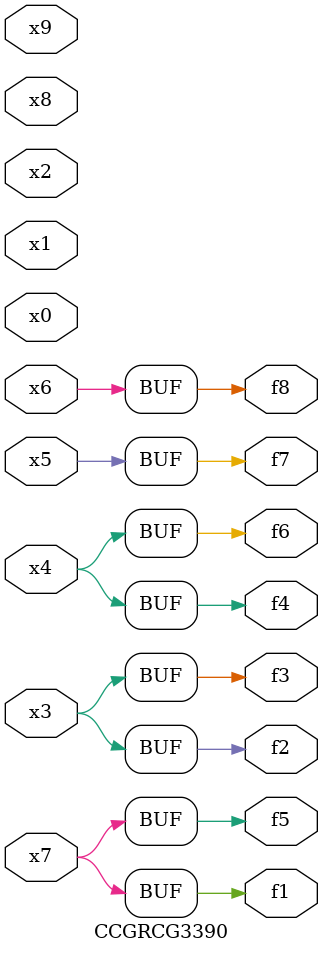
<source format=v>
module CCGRCG3390(
	input x0, x1, x2, x3, x4, x5, x6, x7, x8, x9,
	output f1, f2, f3, f4, f5, f6, f7, f8
);
	assign f1 = x7;
	assign f2 = x3;
	assign f3 = x3;
	assign f4 = x4;
	assign f5 = x7;
	assign f6 = x4;
	assign f7 = x5;
	assign f8 = x6;
endmodule

</source>
